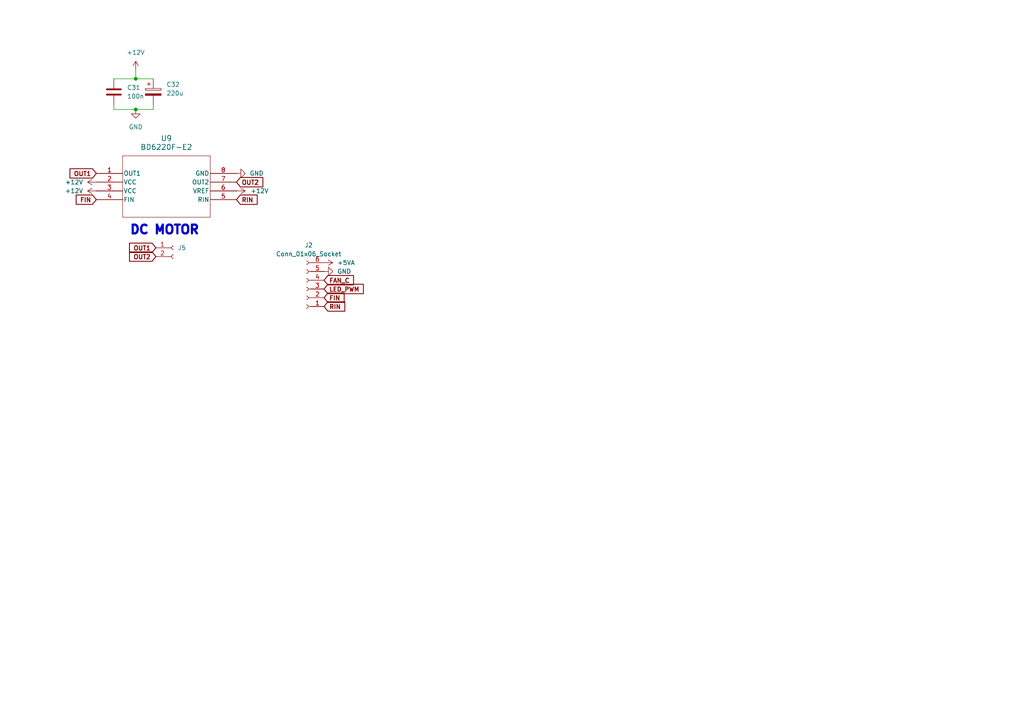
<source format=kicad_sch>
(kicad_sch (version 20231120) (generator "eeschema") (generator_version "8.0")
  (paper "A4")
  (lib_symbols
    (symbol "BD6220F_E2:BD6220F-E2" (pin_names (offset 0.254))
      (property "Reference" "U" (at 20.32 10.16 0))
      (property "Value" "BD6220F-E2" (at 20.32 7.62 0))
      (symbol "BD6220F-E2_0_1"
        (polyline (pts (xy 7.62 -12.7) (xy 33.02 -12.7)) (stroke (width 0.127)))
        (polyline (pts (xy 7.62 5.08) (xy 7.62 -12.7)) (stroke (width 0.127)))
        (polyline (pts (xy 33.02 -12.7) (xy 33.02 5.08)) (stroke (width 0.127)))
        (polyline (pts (xy 33.02 5.08) (xy 7.62 5.08)) (stroke (width 0.127)))
        (pin output line (at 0 0 0) (length 7.62) (name "OUT1") (number "1"))
        (pin power_in line (at 0 -2.54 0) (length 7.62) (name "VCC") (number "2"))
        (pin power_in line (at 0 -5.08 0) (length 7.62) (name "VCC") (number "3"))
        (pin unspecified line (at 0 -7.62 0) (length 7.62) (name "FIN") (number "4"))
        (pin unspecified line (at 40.64 -7.62 180) (length 7.62) (name "RIN") (number "5"))
        (pin power_in line (at 40.64 -5.08 180) (length 7.62) (name "VREF") (number "6"))
        (pin output line (at 40.64 -2.54 180) (length 7.62) (name "OUT2") (number "7"))
        (pin power_out line (at 40.64 0 180) (length 7.62) (name "GND") (number "8"))
      )
    )
    (symbol "Connector:Conn_01x02_Socket" (pin_names (offset 1.016) hide)
      (property "Reference" "J" (at 0 2.54 0))
      (property "Value" "Conn_01x02_Socket" (at 0 -5.08 0))
      (symbol "Conn_01x02_Socket_1_1"
        (arc (start 0 -2.032) (mid -0.5058 -2.54) (end 0 -3.048) (stroke (width 0.1524)))
        (polyline (pts (xy -1.27 -2.54) (xy -0.508 -2.54)) (stroke (width 0.1524)))
        (polyline (pts (xy -1.27 0) (xy -0.508 0)) (stroke (width 0.1524)))
        (arc (start 0 0.508) (mid -0.5058 0) (end 0 -0.508) (stroke (width 0.1524)))
        (pin passive line (at -5.08 0 0) (length 3.81) (name "Pin_1") (number "1"))
        (pin passive line (at -5.08 -2.54 0) (length 3.81) (name "Pin_2") (number "2"))
      )
    )
    (symbol "Connector:Conn_01x06_Socket" (pin_names (offset 1.016) hide)
      (property "Reference" "J" (at 0 7.62 0))
      (property "Value" "Conn_01x06_Socket" (at 0 -10.16 0))
      (symbol "Conn_01x06_Socket_1_1"
        (arc (start 0 -7.112) (mid -0.5058 -7.62) (end 0 -8.128) (stroke (width 0.1524)))
        (arc (start 0 -4.572) (mid -0.5058 -5.08) (end 0 -5.588) (stroke (width 0.1524)))
        (arc (start 0 -2.032) (mid -0.5058 -2.54) (end 0 -3.048) (stroke (width 0.1524)))
        (polyline (pts (xy -1.27 -7.62) (xy -0.508 -7.62)) (stroke (width 0.1524)))
        (polyline (pts (xy -1.27 -5.08) (xy -0.508 -5.08)) (stroke (width 0.1524)))
        (polyline (pts (xy -1.27 -2.54) (xy -0.508 -2.54)) (stroke (width 0.1524)))
        (polyline (pts (xy -1.27 0) (xy -0.508 0)) (stroke (width 0.1524)))
        (polyline (pts (xy -1.27 2.54) (xy -0.508 2.54)) (stroke (width 0.1524)))
        (polyline (pts (xy -1.27 5.08) (xy -0.508 5.08)) (stroke (width 0.1524)))
        (arc (start 0 0.508) (mid -0.5058 0) (end 0 -0.508) (stroke (width 0.1524)))
        (arc (start 0 3.048) (mid -0.5058 2.54) (end 0 2.032) (stroke (width 0.1524)))
        (arc (start 0 5.588) (mid -0.5058 5.08) (end 0 4.572) (stroke (width 0.1524)))
        (pin passive line (at -5.08 5.08 0) (length 3.81) (name "Pin_1") (number "1"))
        (pin passive line (at -5.08 2.54 0) (length 3.81) (name "Pin_2") (number "2"))
        (pin passive line (at -5.08 0 0) (length 3.81) (name "Pin_3") (number "3"))
        (pin passive line (at -5.08 -2.54 0) (length 3.81) (name "Pin_4") (number "4"))
        (pin passive line (at -5.08 -5.08 0) (length 3.81) (name "Pin_5") (number "5"))
        (pin passive line (at -5.08 -7.62 0) (length 3.81) (name "Pin_6") (number "6"))
      )
    )
    (symbol "Device:C" (pin_numbers hide) (pin_names (offset 0.254))
      (property "Reference" "C" (at 0.635 2.54 0))
      (property "Value" "C" (at 0.635 -2.54 0))
      (symbol "C_0_1"
        (polyline (pts (xy -2.032 -0.762) (xy 2.032 -0.762)) (stroke (width 0.508)))
        (polyline (pts (xy -2.032 0.762) (xy 2.032 0.762)) (stroke (width 0.508)))
      )
      (symbol "C_1_1"
        (pin passive line (at 0 3.81 270) (length 2.794) (name "~") (number "1"))
        (pin passive line (at 0 -3.81 90) (length 2.794) (name "~") (number "2"))
      )
    )
    (symbol "Device:C_Polarized" (pin_numbers hide) (pin_names (offset 0.254))
      (property "Reference" "C" (at 0.635 2.54 0))
      (property "Value" "C_Polarized" (at 0.635 -2.54 0))
      (symbol "C_Polarized_0_1"
        (rectangle (start -2.286 0.508) (end 2.286 1.016))
        (polyline (pts (xy -1.778 2.286) (xy -0.762 2.286)))
        (polyline (pts (xy -1.27 2.794) (xy -1.27 1.778)))
        (rectangle (start 2.286 -0.508) (end -2.286 -1.016) (fill (type outline)))
      )
      (symbol "C_Polarized_1_1"
        (pin passive line (at 0 3.81 270) (length 2.794) (name "~") (number "1"))
        (pin passive line (at 0 -3.81 90) (length 2.794) (name "~") (number "2"))
      )
    )
    (symbol "power:+12V" (power) (pin_numbers hide) (pin_names (offset 0) hide)
      (property "Value" "+12V" (at 0 3.556 0))
      (symbol "+12V_0_1"
        (polyline (pts (xy -0.762 1.27) (xy 0 2.54)))
        (polyline (pts (xy 0 0) (xy 0 2.54)))
        (polyline (pts (xy 0 2.54) (xy 0.762 1.27)))
      )
      (symbol "+12V_1_1"
        (pin power_in line (at 0 0 90) (length 0) (name "~") (number "1"))
      )
    )
    (symbol "power:+5VA" (power) (pin_numbers hide) (pin_names (offset 0) hide)
      (property "Value" "+5VA" (at 0 3.556 0))
      (symbol "+5VA_0_1"
        (polyline (pts (xy -0.762 1.27) (xy 0 2.54)))
        (polyline (pts (xy 0 0) (xy 0 2.54)))
        (polyline (pts (xy 0 2.54) (xy 0.762 1.27)))
      )
      (symbol "+5VA_1_1"
        (pin power_in line (at 0 0 90) (length 0) (name "~") (number "1"))
      )
    )
    (symbol "power:GND" (power) (pin_numbers hide) (pin_names (offset 0) hide)
      (property "Value" "GND" (at 0 -3.81 0))
      (symbol "GND_0_1"
        (polyline (pts (xy 0 0) (xy 0 -1.27) (xy 1.27 -1.27) (xy 0 -2.54) (xy -1.27 -1.27) (xy 0 -1.27)))
      )
      (symbol "GND_1_1"
        (pin power_in line (at 0 0 270) (length 0) (name "~") (number "1"))
      )
    )
  )
  (junction (at 39.37 31.75))
  (junction (at 39.37 22.86))
  (wire (pts (xy 44.45 30.48) (xy 44.45 31.75)))
  (wire (pts (xy 39.37 20.32) (xy 39.37 22.86)))
  (wire (pts (xy 33.02 30.48) (xy 33.02 31.75)))
  (wire (pts (xy 44.45 31.75) (xy 39.37 31.75)))
  (wire (pts (xy 39.37 22.86) (xy 44.45 22.86)))
  (wire (pts (xy 39.37 22.86) (xy 33.02 22.86)))
  (wire (pts (xy 33.02 31.75) (xy 39.37 31.75)))
  (text "DC MOTOR\n" (at 47.752 66.802 0) (effects (font (size 2.54 2.54) (thickness 0.762) (bold yes))))
  (global_label "RIN" (shape input) (at 93.98 88.9 0) (effects (font (thickness 0.254) (bold yes))) (property "Intersheetrefs" "${INTERSHEET_REFS}" (effects (hide yes))))
  (global_label "FAN_C" (shape input) (at 93.98 81.28 0) (effects (font (thickness 0.254) (bold yes))) (property "Intersheetrefs" "${INTERSHEET_REFS}" (effects (hide yes))))
  (global_label "OUT2" (shape input) (at 45.212 74.422 180) (effects (font (thickness 0.254) (bold yes))) (property "Intersheetrefs" "${INTERSHEET_REFS}" (effects (hide yes))))
  (global_label "OUT1" (shape input) (at 45.212 71.882 180) (effects (font (thickness 0.254) (bold yes))) (property "Intersheetrefs" "${INTERSHEET_REFS}" (effects (hide yes))))
  (global_label "FIN" (shape input) (at 27.94 57.912 180) (effects (font (thickness 0.254) (bold yes))) (property "Intersheetrefs" "${INTERSHEET_REFS}" (effects (hide yes))))
  (global_label "FIN" (shape input) (at 93.98 86.36 0) (effects (font (thickness 0.254) (bold yes))) (property "Intersheetrefs" "${INTERSHEET_REFS}" (effects (hide yes))))
  (global_label "OUT2" (shape input) (at 68.58 52.832 0) (effects (font (thickness 0.254) (bold yes))) (property "Intersheetrefs" "${INTERSHEET_REFS}" (effects (hide yes))))
  (global_label "RIN" (shape input) (at 68.58 57.912 0) (effects (font (thickness 0.254) (bold yes))) (property "Intersheetrefs" "${INTERSHEET_REFS}" (effects (hide yes))))
  (global_label "OUT1" (shape input) (at 27.94 50.292 180) (effects (font (thickness 0.254) (bold yes))) (property "Intersheetrefs" "${INTERSHEET_REFS}" (effects (hide yes))))
  (global_label "LED_PWM" (shape input) (at 93.98 83.82 0) (effects (font (thickness 0.254) (bold yes))) (property "Intersheetrefs" "${INTERSHEET_REFS}" (effects (hide yes))))
  (symbol (lib_id "power:+12V") (at 39.37 20.32 0) (unit 1)
    (property "Reference" "#PWR067" (effects (hide yes)))
    (property "Value" "+12V" (at 39.37 15.24 0))
    (property "Description" "Power symbol creates a global label with name \"+12V\"" (effects (hide yes)))
  )
  (symbol (lib_id "Device:C") (at 33.02 26.67 0) (unit 1)
    (property "Reference" "C31" (at 36.83 25.3999 0) (effects (justify left)))
    (property "Value" "100n" (at 36.83 27.9399 0) (effects (justify left)))
    (property "Footprint" "Capacitor_SMD:C_0603_1608Metric" (effects (hide yes)))
    (property "Description" "Unpolarized capacitor" (effects (hide yes)))
  )
  (symbol (lib_id "power:+12V") (at 68.58 55.372 270) (unit 1)
    (property "Reference" "#PWR072" (effects (hide yes)))
    (property "Value" "+12V" (at 72.644 55.3719 90) (effects (justify left)))
    (property "Description" "Power symbol creates a global label with name \"+12V\"" (effects (hide yes)))
  )
  (symbol (lib_id "power:+5VA") (at 93.98 76.2 270) (unit 1)
    (property "Reference" "#PWR022" (effects (hide yes)))
    (property "Value" "+5VA" (at 97.79 76.1999 90) (effects (justify left)))
    (property "Description" "Power symbol creates a global label with name \"+5VA\"" (effects (hide yes)))
  )
  (symbol (lib_id "Connector:Conn_01x02_Socket") (at 50.292 71.882 0) (unit 1)
    (property "Reference" "J5" (at 51.562 71.8819 0) (effects (justify left)))
    (property "Value" "Conn_01x02_Socket" (effects (hide yes)))
    (property "Footprint" "Connector_JST:JST_XA_B02B-XASK-1_1x02_P2.50mm_Vertical" (effects (hide yes)))
    (property "Description" "Generic connector, single row, 01x02, script generated" (effects (hide yes)))
  )
  (symbol (lib_id "power:GND") (at 93.98 78.74 90) (unit 1)
    (property "Reference" "#PWR023" (effects (hide yes)))
    (property "Value" "GND" (at 97.79 78.7399 90) (effects (justify right)))
    (property "Description" "Power symbol creates a global label with name \"GND\" , ground" (effects (hide yes)))
  )
  (symbol (lib_id "power:GND") (at 39.37 31.75 0) (unit 1)
    (property "Reference" "#PWR068" (effects (hide yes)))
    (property "Value" "GND" (at 39.37 36.83 0))
    (property "Description" "Power symbol creates a global label with name \"GND\" , ground" (effects (hide yes)))
  )
  (symbol (lib_id "power:GND") (at 68.58 50.292 90) (unit 1)
    (property "Reference" "#PWR066" (effects (hide yes)))
    (property "Value" "GND" (at 72.39 50.2919 90) (effects (justify right)))
    (property "Description" "Power symbol creates a global label with name \"GND\" , ground" (effects (hide yes)))
  )
  (symbol (lib_id "power:+12V") (at 27.94 55.372 90) (unit 1)
    (property "Reference" "#PWR071" (effects (hide yes)))
    (property "Value" "+12V" (at 24.13 55.3719 90) (effects (justify left)))
    (property "Description" "Power symbol creates a global label with name \"+12V\"" (effects (hide yes)))
  )
  (symbol (lib_id "power:+12V") (at 27.94 52.832 90) (unit 1)
    (property "Reference" "#PWR060" (effects (hide yes)))
    (property "Value" "+12V" (at 24.13 52.8319 90) (effects (justify left)))
    (property "Description" "Power symbol creates a global label with name \"+12V\"" (effects (hide yes)))
  )
  (symbol (lib_id "BD6220F_E2:BD6220F-E2") (at 27.94 50.292 0) (unit 1)
    (property "Reference" "U9" (at 48.26 40.132 0) (effects (font (size 1.524 1.524))))
    (property "Value" "BD6220F-E2" (at 48.26 42.672 0) (effects (font (size 1.524 1.524))))
    (property "Footprint" "BD6220F_E2:SOP8_ROM-L" (effects (hide yes)))
    (property "Datasheet" "BD6220F-E2" (effects (hide yes)))
  )
  (symbol (lib_id "Connector:Conn_01x06_Socket") (at 88.9 83.82 180) (unit 1)
    (property "Reference" "J2" (at 89.535 71.12 0))
    (property "Value" "Conn_01x06_Socket" (at 89.535 73.66 0))
    (property "Footprint" "Connector_JST:JST_XA_B06B-XASK-1_1x06_P2.50mm_Vertical" (effects (hide yes)))
    (property "Datasheet" "L-KLS1-2.50-06-S" (effects (hide yes)))
    (property "Description" "Generic connector, single row, 01x06, script generated" (effects (hide yes)))
  )
  (symbol (lib_id "Device:C_Polarized") (at 44.45 26.67 0) (unit 1)
    (property "Reference" "C32" (at 48.26 24.5109 0) (effects (justify left)))
    (property "Value" "220u" (at 48.26 27.0509 0) (effects (justify left)))
    (property "Footprint" "Capacitor_SMD:C_Elec_6.3x7.7" (effects (hide yes)))
    (property "Datasheet" "BLA16VC220MF80TP" (effects (hide yes)))
    (property "Description" "Polarized capacitor" (effects (hide yes)))
  )
)
</source>
